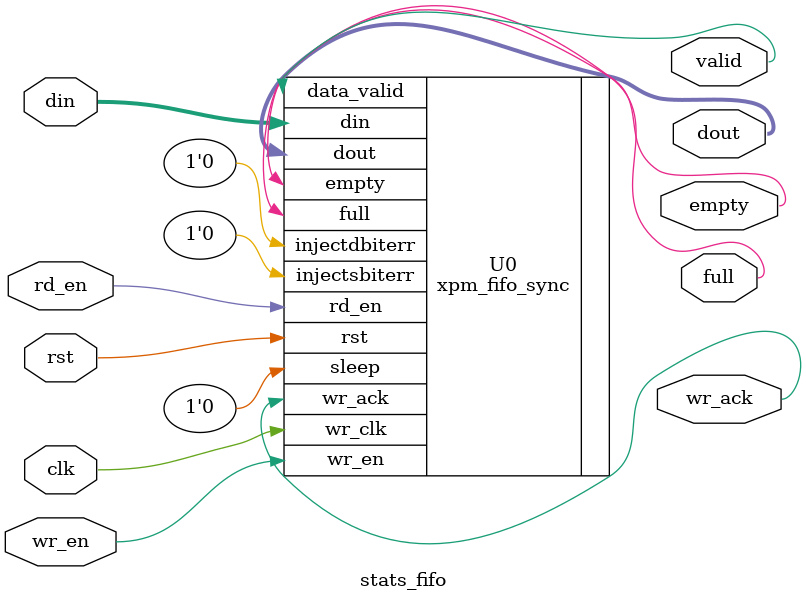
<source format=sv>
/*
	This Source Code Form is subject to the terms of the Mozilla Public
	License, v. 2.0. If a copy of the MPL was not distributed with this
	file, You can obtain one at https://mozilla.org/MPL/2.0/.
*/

module stats_fifo
(
	input logic clk,
	input logic rst,

	output logic wr_ack,
	output logic valid,

	output logic full,
	input logic [447:0] din,
	input logic wr_en,

	output logic empty,
	output logic [447:0] dout,
	input logic rd_en
);
	xpm_fifo_sync
	#(
		.DOUT_RESET_VALUE("0"),
		.ECC_MODE("no_ecc"),
		.FIFO_MEMORY_TYPE("block"),
		.FIFO_READ_LATENCY(1),
		.FIFO_WRITE_DEPTH(2048),
		.FULL_RESET_VALUE(0),
		.PROG_EMPTY_THRESH(10),
		.PROG_FULL_THRESH(10),
		.RD_DATA_COUNT_WIDTH(1),
		.READ_DATA_WIDTH(448),
		.READ_MODE("std"),
		.USE_ADV_FEATURES("1010"),
		.WAKEUP_TIME(0),
		.WRITE_DATA_WIDTH(448),
		.WR_DATA_COUNT_WIDTH(1)
	)
	U0
	(
		.wr_clk(clk),
		.rst(rst),

		.wr_ack(wr_ack),
		.data_valid(valid),

		.full(full),
		.din(din),
		.wr_en(wr_en),

		.empty(empty),
		.dout(dout),
		.rd_en(rd_en),

		.injectdbiterr(1'b0),
		.injectsbiterr(1'b0),
		.sleep(1'b0)
	);
endmodule

</source>
